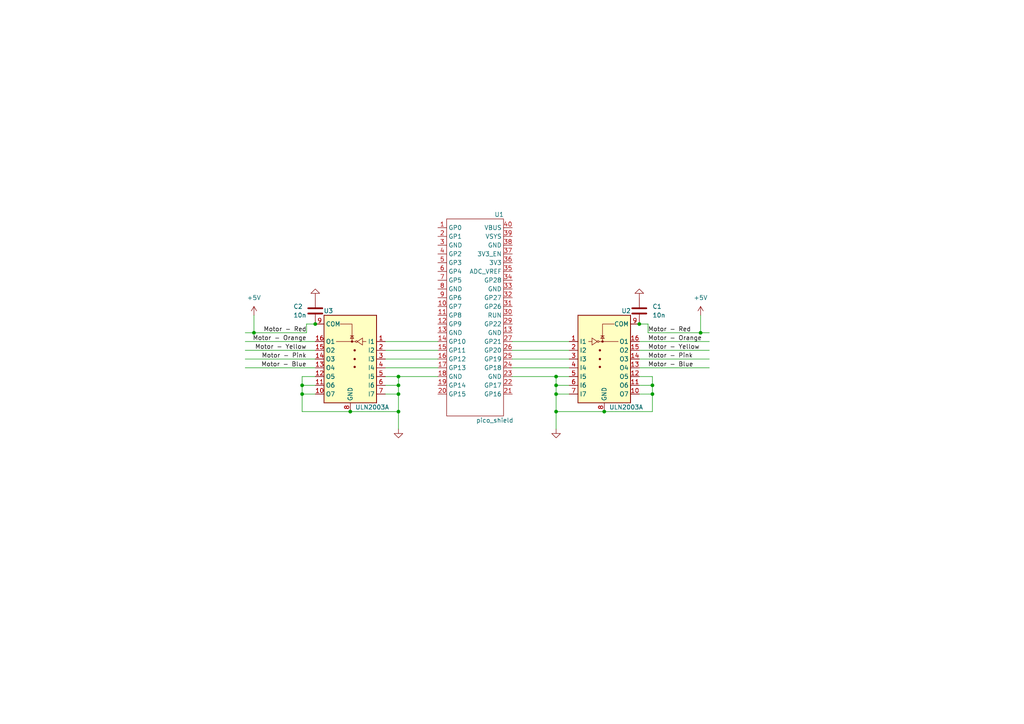
<source format=kicad_sch>
(kicad_sch (version 20211123) (generator eeschema)
  (paper "A4")
  (lib_symbols
    (symbol "Device:C" (pin_numbers hide) (pin_names (offset 0.254))
      (property "Reference" "C" (at 0.635 2.54 0))
      (property "Value" "C" (at 0.635 -2.54 0))
      (symbol "C_0_1"
        (polyline (pts (xy -2.032 -0.762) (xy 2.032 -0.762)) (stroke (width 0.508)))
        (polyline (pts (xy -2.032 0.762) (xy 2.032 0.762)) (stroke (width 0.508)))
      )
      (symbol "C_1_1"
        (pin passive line (at 0 3.81 270) (length 2.794) (name "~") (number "1"))
        (pin passive line (at 0 -3.81 90) (length 2.794) (name "~") (number "2"))
      )
    )
    (symbol "Transistor_Array:ULN2003A"
      (property "Reference" "U" (at 0 15.875 0))
      (property "Value" "ULN2003A" (at 0 13.97 0))
      (symbol "ULN2003A_0_1"
        (rectangle (start -7.62 -12.7) (end 7.62 12.7) (stroke (width 0.254)) (fill (type background)))
        (circle (center -1.778 5.08) (radius 0.254))
        (circle (center -1.27 -2.286) (radius 0.254) (fill (type outline)))
        (circle (center -1.27 0) (radius 0.254) (fill (type outline)))
        (circle (center -1.27 2.54) (radius 0.254) (fill (type outline)))
        (circle (center -0.508 5.08) (radius 0.254) (fill (type outline)))
        (polyline (pts (xy -4.572 5.08) (xy -3.556 5.08)))
        (polyline (pts (xy -1.524 5.08) (xy 4.064 5.08)))
        (polyline (pts (xy 0 6.731) (xy -1.016 6.731)))
        (polyline (pts (xy -0.508 5.08) (xy -0.508 10.16) (xy 2.921 10.16)))
        (polyline (pts (xy -3.556 6.096) (xy -3.556 4.064) (xy -2.032 5.08) (xy -3.556 6.096)))
        (polyline (pts (xy 0 5.969) (xy -1.016 5.969) (xy -0.508 6.731) (xy 0 5.969)))
      )
      (symbol "ULN2003A_1_1"
        (pin input line (at -10.16 5.08 0) (length 2.54) (name "I1") (number "1"))
        (pin open_collector line (at 10.16 -10.16 180) (length 2.54) (name "O7") (number "10"))
        (pin open_collector line (at 10.16 -7.62 180) (length 2.54) (name "O6") (number "11"))
        (pin open_collector line (at 10.16 -5.08 180) (length 2.54) (name "O5") (number "12"))
        (pin open_collector line (at 10.16 -2.54 180) (length 2.54) (name "O4") (number "13"))
        (pin open_collector line (at 10.16 0 180) (length 2.54) (name "O3") (number "14"))
        (pin open_collector line (at 10.16 2.54 180) (length 2.54) (name "O2") (number "15"))
        (pin open_collector line (at 10.16 5.08 180) (length 2.54) (name "O1") (number "16"))
        (pin input line (at -10.16 2.54 0) (length 2.54) (name "I2") (number "2"))
        (pin input line (at -10.16 0 0) (length 2.54) (name "I3") (number "3"))
        (pin input line (at -10.16 -2.54 0) (length 2.54) (name "I4") (number "4"))
        (pin input line (at -10.16 -5.08 0) (length 2.54) (name "I5") (number "5"))
        (pin input line (at -10.16 -7.62 0) (length 2.54) (name "I6") (number "6"))
        (pin input line (at -10.16 -10.16 0) (length 2.54) (name "I7") (number "7"))
        (pin power_in line (at 0 -15.24 90) (length 2.54) (name "GND") (number "8"))
        (pin passive line (at 10.16 10.16 180) (length 2.54) (name "COM") (number "9"))
      )
    )
    (symbol "pi_pico_shield:pico_shield"
      (property "Reference" "U" (at 1.27 7.62 0))
      (property "Value" "pico_shield" (at 2.54 -48.26 0))
      (symbol "pico_shield_0_1"
        (rectangle (start -6.35 6.35) (end 10.16 -50.8))
      )
      (symbol "pico_shield_1_1"
        (pin bidirectional line (at -8.89 3.81 0) (length 2.54) (name "GP0") (number "1"))
        (pin bidirectional line (at -8.89 -19.05 0) (length 2.54) (name "GP7") (number "10"))
        (pin bidirectional line (at -8.89 -21.59 0) (length 2.54) (name "GP8") (number "11"))
        (pin bidirectional line (at -8.89 -24.13 0) (length 2.54) (name "GP9") (number "12"))
        (pin power_in line (at -8.89 -26.67 0) (length 2.54) (name "GND") (number "13"))
        (pin power_in line (at 12.7 -26.67 180) (length 2.54) (name "GND") (number "13"))
        (pin bidirectional line (at -8.89 -29.21 0) (length 2.54) (name "GP10") (number "14"))
        (pin bidirectional line (at -8.89 -31.75 0) (length 2.54) (name "GP11") (number "15"))
        (pin bidirectional line (at -8.89 -34.29 0) (length 2.54) (name "GP12") (number "16"))
        (pin bidirectional line (at -8.89 -36.83 0) (length 2.54) (name "GP13") (number "17"))
        (pin power_in line (at -8.89 -39.37 0) (length 2.54) (name "GND") (number "18"))
        (pin bidirectional line (at -8.89 -41.91 0) (length 2.54) (name "GP14") (number "19"))
        (pin bidirectional line (at -8.89 1.27 0) (length 2.54) (name "GP1") (number "2"))
        (pin bidirectional line (at -8.89 -44.45 0) (length 2.54) (name "GP15") (number "20"))
        (pin bidirectional line (at 12.7 -44.45 180) (length 2.54) (name "GP16") (number "21"))
        (pin bidirectional line (at 12.7 -41.91 180) (length 2.54) (name "GP17") (number "22"))
        (pin power_in line (at 12.7 -39.37 180) (length 2.54) (name "GND") (number "23"))
        (pin bidirectional line (at 12.7 -36.83 180) (length 2.54) (name "GP18") (number "24"))
        (pin bidirectional line (at 12.7 -34.29 180) (length 2.54) (name "GP19") (number "25"))
        (pin bidirectional line (at 12.7 -31.75 180) (length 2.54) (name "GP20") (number "26"))
        (pin bidirectional line (at 12.7 -29.21 180) (length 2.54) (name "GP21") (number "27"))
        (pin bidirectional line (at 12.7 -24.13 180) (length 2.54) (name "GP22") (number "29"))
        (pin power_in line (at -8.89 -1.27 0) (length 2.54) (name "GND") (number "3"))
        (pin bidirectional line (at 12.7 -21.59 180) (length 2.54) (name "RUN") (number "30"))
        (pin bidirectional line (at 12.7 -19.05 180) (length 2.54) (name "GP26") (number "31"))
        (pin bidirectional line (at 12.7 -16.51 180) (length 2.54) (name "GP27") (number "32"))
        (pin power_in line (at 12.7 -13.97 180) (length 2.54) (name "GND") (number "33"))
        (pin bidirectional line (at 12.7 -11.43 180) (length 2.54) (name "GP28") (number "34"))
        (pin power_out line (at 12.7 -8.89 180) (length 2.54) (name "ADC_VREF") (number "35"))
        (pin output line (at 12.7 -6.35 180) (length 2.54) (name "3V3") (number "36"))
        (pin input line (at 12.7 -3.81 180) (length 2.54) (name "3V3_EN") (number "37"))
        (pin power_in line (at 12.7 -1.27 180) (length 2.54) (name "GND") (number "38"))
        (pin power_in line (at 12.7 1.27 180) (length 2.54) (name "VSYS") (number "39"))
        (pin bidirectional line (at -8.89 -3.81 0) (length 2.54) (name "GP2") (number "4"))
        (pin output line (at 12.7 3.81 180) (length 2.54) (name "VBUS") (number "40"))
        (pin bidirectional line (at -8.89 -6.35 0) (length 2.54) (name "GP3") (number "5"))
        (pin bidirectional line (at -8.89 -8.89 0) (length 2.54) (name "GP4") (number "6"))
        (pin bidirectional line (at -8.89 -11.43 0) (length 2.54) (name "GP5") (number "7"))
        (pin power_in line (at -8.89 -13.97 0) (length 2.54) (name "GND") (number "8"))
        (pin bidirectional line (at -8.89 -16.51 0) (length 2.54) (name "GP6") (number "9"))
      )
    )
    (symbol "power:+5V" (power) (pin_names (offset 0))
      (property "Value" "+5V" (at 0 3.556 0))
      (symbol "+5V_0_1"
        (polyline (pts (xy -0.762 1.27) (xy 0 2.54)))
        (polyline (pts (xy 0 0) (xy 0 2.54)))
        (polyline (pts (xy 0 2.54) (xy 0.762 1.27)))
      )
      (symbol "+5V_1_1"
        (pin power_in line (at 0 0 90) (length 0) hide (name "+5V") (number "1"))
      )
    )
    (symbol "power:GND" (power) (pin_names (offset 0))
      (property "Value" "GND" (at 0 -3.81 0))
      (symbol "GND_0_1"
        (polyline (pts (xy 0 0) (xy 0 -1.27) (xy 1.27 -1.27) (xy 0 -2.54) (xy -1.27 -1.27) (xy 0 -1.27)))
      )
      (symbol "GND_1_1"
        (pin power_in line (at 0 0 270) (length 0) hide (name "GND") (number "1"))
      )
    )
  )
  (junction (at 175.26 119.38))
  (junction (at 161.29 109.22))
  (junction (at 115.57 109.22))
  (junction (at 185.42 93.98))
  (junction (at 161.29 111.76))
  (junction (at 161.29 119.38))
  (junction (at 189.23 114.3))
  (junction (at 73.66 96.52))
  (junction (at 115.57 114.3))
  (junction (at 91.44 93.98))
  (junction (at 189.23 111.76))
  (junction (at 87.63 114.3))
  (junction (at 87.63 111.76))
  (junction (at 161.29 114.3))
  (junction (at 203.2 96.52))
  (junction (at 115.57 119.38))
  (junction (at 101.6 119.38))
  (junction (at 115.57 111.76))
  (wire (pts (xy 91.44 99.06) (xy 71.12 99.06)))
  (wire (pts (xy 91.44 109.22) (xy 87.63 109.22)))
  (wire (pts (xy 203.2 96.52) (xy 205.74 96.52)))
  (wire (pts (xy 111.76 104.14) (xy 127 104.14)))
  (wire (pts (xy 161.29 111.76) (xy 161.29 114.3)))
  (wire (pts (xy 161.29 111.76) (xy 165.1 111.76)))
  (wire (pts (xy 161.29 119.38) (xy 175.26 119.38)))
  (wire (pts (xy 185.42 106.68) (xy 205.74 106.68)))
  (wire (pts (xy 91.44 111.76) (xy 87.63 111.76)))
  (wire (pts (xy 148.59 106.68) (xy 165.1 106.68)))
  (wire (pts (xy 175.26 119.38) (xy 189.23 119.38)))
  (wire (pts (xy 187.96 96.52) (xy 203.2 96.52)))
  (wire (pts (xy 111.76 101.6) (xy 127 101.6)))
  (wire (pts (xy 161.29 119.38) (xy 161.29 124.46)))
  (wire (pts (xy 148.59 101.6) (xy 165.1 101.6)))
  (wire (pts (xy 189.23 114.3) (xy 185.42 114.3)))
  (wire (pts (xy 185.42 101.6) (xy 205.74 101.6)))
  (wire (pts (xy 111.76 106.68) (xy 127 106.68)))
  (wire (pts (xy 203.2 91.44) (xy 203.2 96.52)))
  (wire (pts (xy 87.63 109.22) (xy 87.63 111.76)))
  (wire (pts (xy 101.6 119.38) (xy 87.63 119.38)))
  (wire (pts (xy 115.57 114.3) (xy 111.76 114.3)))
  (wire (pts (xy 91.44 106.68) (xy 71.12 106.68)))
  (wire (pts (xy 91.44 101.6) (xy 71.12 101.6)))
  (wire (pts (xy 111.76 99.06) (xy 127 99.06)))
  (wire (pts (xy 189.23 111.76) (xy 189.23 114.3)))
  (wire (pts (xy 185.42 109.22) (xy 189.23 109.22)))
  (wire (pts (xy 91.44 93.98) (xy 88.9 93.98)))
  (wire (pts (xy 87.63 111.76) (xy 87.63 114.3)))
  (wire (pts (xy 165.1 109.22) (xy 161.29 109.22)))
  (wire (pts (xy 115.57 119.38) (xy 101.6 119.38)))
  (wire (pts (xy 73.66 91.44) (xy 73.66 96.52)))
  (wire (pts (xy 148.59 109.22) (xy 161.29 109.22)))
  (wire (pts (xy 87.63 114.3) (xy 91.44 114.3)))
  (wire (pts (xy 161.29 114.3) (xy 165.1 114.3)))
  (wire (pts (xy 148.59 104.14) (xy 165.1 104.14)))
  (wire (pts (xy 187.96 93.98) (xy 187.96 96.52)))
  (wire (pts (xy 91.44 104.14) (xy 71.12 104.14)))
  (wire (pts (xy 115.57 109.22) (xy 127 109.22)))
  (wire (pts (xy 88.9 93.98) (xy 88.9 96.52)))
  (wire (pts (xy 185.42 104.14) (xy 205.74 104.14)))
  (wire (pts (xy 185.42 99.06) (xy 205.74 99.06)))
  (wire (pts (xy 185.42 111.76) (xy 189.23 111.76)))
  (wire (pts (xy 189.23 114.3) (xy 189.23 119.38)))
  (wire (pts (xy 87.63 114.3) (xy 87.63 119.38)))
  (wire (pts (xy 115.57 111.76) (xy 115.57 114.3)))
  (wire (pts (xy 111.76 109.22) (xy 115.57 109.22)))
  (wire (pts (xy 161.29 109.22) (xy 161.29 111.76)))
  (wire (pts (xy 185.42 93.98) (xy 187.96 93.98)))
  (wire (pts (xy 88.9 96.52) (xy 73.66 96.52)))
  (wire (pts (xy 148.59 99.06) (xy 165.1 99.06)))
  (wire (pts (xy 115.57 119.38) (xy 115.57 124.46)))
  (wire (pts (xy 161.29 114.3) (xy 161.29 119.38)))
  (wire (pts (xy 115.57 111.76) (xy 111.76 111.76)))
  (wire (pts (xy 73.66 96.52) (xy 71.12 96.52)))
  (wire (pts (xy 115.57 109.22) (xy 115.57 111.76)))
  (wire (pts (xy 189.23 109.22) (xy 189.23 111.76)))
  (wire (pts (xy 115.57 114.3) (xy 115.57 119.38)))
  (label "Motor - Blue" (at 88.9 106.68 180))
  (label "Motor - Pink" (at 187.96 104.14 0))
  (label "Motor - Orange" (at 187.96 99.06 0))
  (label "Motor - Pink" (at 88.9 104.14 180))
  (label "Motor - Red" (at 187.96 96.52 0))
  (label "Motor - Yellow" (at 187.96 101.6 0))
  (label "Motor - Blue" (at 187.96 106.68 0))
  (label "Motor - Orange" (at 88.9 99.06 180))
  (label "Motor - Yellow" (at 88.9 101.6 180))
  (label "Motor - Red" (at 88.9 96.52 180))
  (symbol (lib_id "pi_pico_shield:pico_shield") (at 135.89 69.85 0) (unit 1)
    (property "Reference" "U1" (at 144.78 62.23 0))
    (property "Value" "pico_shield" (at 143.51 121.92 0))
  )
  (symbol (lib_id "Transistor_Array:ULN2003A") (at 175.26 104.14 0) (unit 1)
    (property "Reference" "U2" (at 181.61 90.17 0))
    (property "Value" "ULN2003A" (at 181.61 118.11 0))
    (property "Datasheet" "http://www.ti.com/lit/ds/symlink/uln2003a.pdf" (effects hide))
  )
  (symbol (lib_id "power:+5V") (at 203.2 91.44 0) (unit 1)
    (property "Reference" "#PWR?" (effects hide))
    (property "Value" "+5V" (at 203.2 86.36 0))
  )
  (symbol (lib_id "Device:C") (at 91.44 90.17 0) (mirror y) (unit 1)
    (property "Reference" "C2" (at 85.09 88.9 0) (effects (justify right)))
    (property "Value" "10n" (at 85.09 91.44 0) (effects (justify right)))
  )
  (symbol (lib_id "Transistor_Array:ULN2003A") (at 101.6 104.14 0) (mirror y) (unit 1)
    (property "Reference" "U3" (at 95.25 90.17 0))
    (property "Value" "ULN2003A" (at 107.95 118.11 0))
    (property "Datasheet" "http://www.ti.com/lit/ds/symlink/uln2003a.pdf" (effects hide))
  )
  (symbol (lib_id "power:GND") (at 115.57 124.46 0) (mirror y) (unit 1)
    (property "Reference" "#PWR?" (effects hide))
    (property "Value" "GND" (effects hide))
  )
  (symbol (lib_id "power:GND") (at 91.44 86.36 0) (mirror x) (unit 1)
    (property "Reference" "#PWR?" (effects hide))
    (property "Value" "GND" (effects hide))
  )
  (symbol (lib_id "Device:C") (at 185.42 90.17 0) (unit 1)
    (property "Reference" "C1" (at 189.23 88.8999 0) (effects (justify left)))
    (property "Value" "10n" (at 189.23 91.4399 0) (effects (justify left)))
  )
  (symbol (lib_id "power:GND") (at 185.42 86.36 180) (unit 1)
    (property "Reference" "#PWR?" (effects hide))
    (property "Value" "GND" (effects hide))
  )
  (symbol (lib_id "power:+5V") (at 73.66 91.44 0) (mirror y) (unit 1)
    (property "Reference" "#PWR?" (effects hide))
    (property "Value" "+5V" (at 73.66 86.36 0))
  )
  (symbol (lib_id "power:GND") (at 161.29 124.46 0) (unit 1)
    (property "Reference" "#PWR?" (effects hide))
    (property "Value" "GND" (effects hide))
  )
)
</source>
